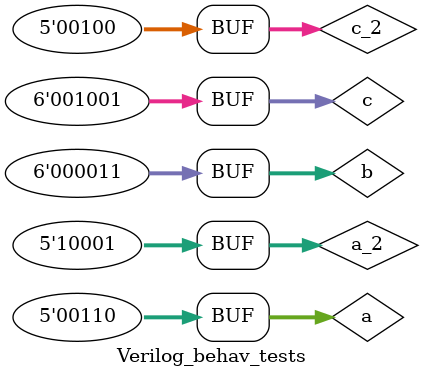
<source format=v>
`timescale 1ns / 1ns


module Verilog_behav_tests();

reg [4:0] a,a_2,c_2;
reg [5:0]b;
reg [5:0] c;

initial begin    
    $monitor("[%0t], a=%b b=%b,c=%b " , $time,a,b,c );
    
    a = 5'b10011;
    b = 6'b100101;
    b = b >> 1;
    c = a+b;
    a_2 = 5'b10001;
    c_2 = a + a_2;
    #5
    a = 5'b00011;
    b = 6'b100101;
     c = a+b[5:1];
    #5
    a = a << 1;
    b = a >> 1;
    c = a+b;
    
end





endmodule

</source>
